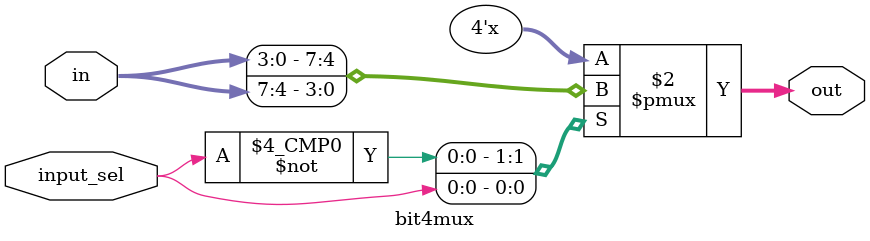
<source format=v>
`timescale 1ns / 1ns


module bit4mux(
 output reg [3:0] out,
 input [7:0] in,
 input input_sel 
    );

always @ (*)
 //if(clk_ena==3'd0)
  //; 
 //else
 begin
  case(input_sel)
   1'b0 : out = in[3:0];
   1'b1 : out = in[7:4];
  endcase
 end 

endmodule

</source>
